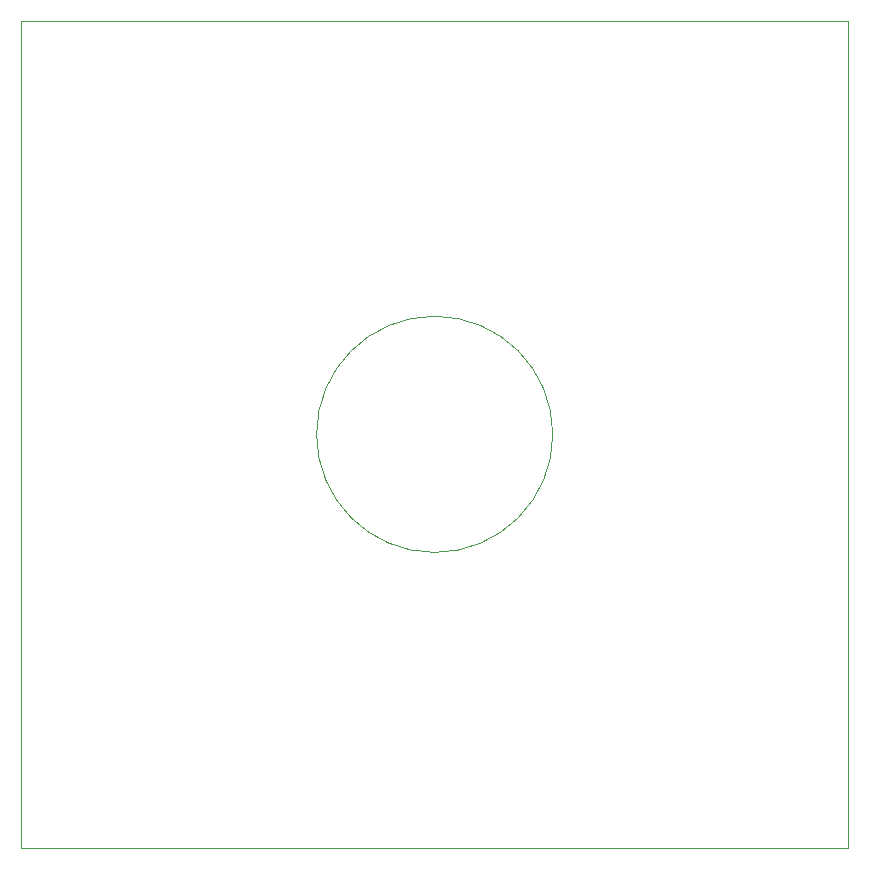
<source format=gbr>
%TF.GenerationSoftware,KiCad,Pcbnew,8.0.1*%
%TF.CreationDate,2024-03-25T08:35:16+01:00*%
%TF.ProjectId,rotary_switch_nv_scanner,726f7461-7279-45f7-9377-697463685f6e,rev?*%
%TF.SameCoordinates,Original*%
%TF.FileFunction,Profile,NP*%
%FSLAX46Y46*%
G04 Gerber Fmt 4.6, Leading zero omitted, Abs format (unit mm)*
G04 Created by KiCad (PCBNEW 8.0.1) date 2024-03-25 08:35:16*
%MOMM*%
%LPD*%
G01*
G04 APERTURE LIST*
%TA.AperFunction,Profile*%
%ADD10C,0.100000*%
%TD*%
G04 APERTURE END LIST*
D10*
X110000000Y-61000000D02*
X180000000Y-61000000D01*
X180000000Y-131000000D01*
X110000000Y-131000000D01*
X110000000Y-61000000D01*
X155000000Y-96000000D02*
G75*
G02*
X135000000Y-96000000I-10000000J0D01*
G01*
X135000000Y-96000000D02*
G75*
G02*
X155000000Y-96000000I10000000J0D01*
G01*
M02*

</source>
